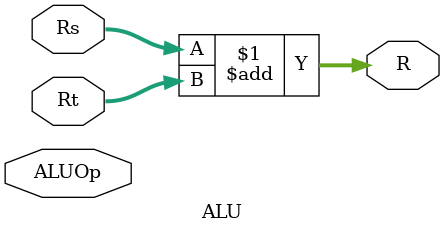
<source format=v>
`timescale 1ns / 1ps
module ALU(
		input ALUOp,
		input [7:0] Rs,
		input [7:0] Rt,
		output [7:0] R
	);

	assign R = Rs + Rt;

endmodule

</source>
